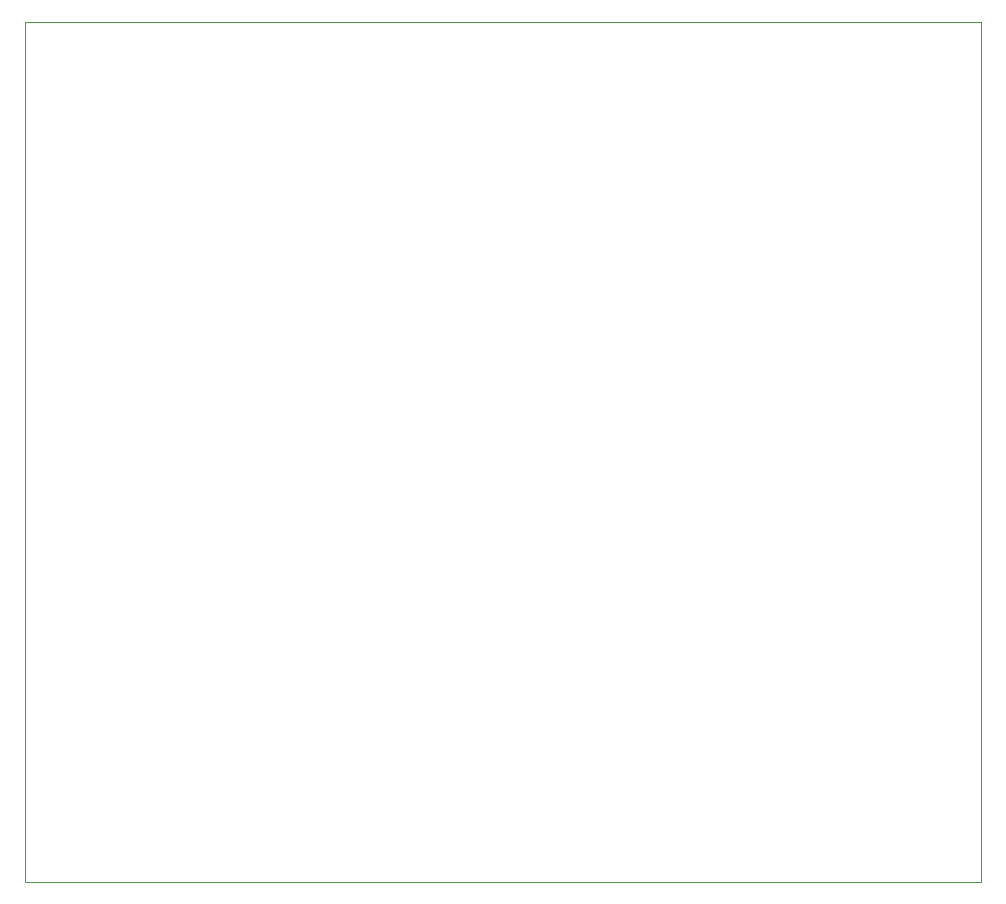
<source format=gbr>
%TF.GenerationSoftware,KiCad,Pcbnew,(6.0.6-0)*%
%TF.CreationDate,2022-07-18T23:44:10+05:30*%
%TF.ProjectId,GPS_INS_PCB,4750535f-494e-4535-9f50-43422e6b6963,rev?*%
%TF.SameCoordinates,Original*%
%TF.FileFunction,Profile,NP*%
%FSLAX46Y46*%
G04 Gerber Fmt 4.6, Leading zero omitted, Abs format (unit mm)*
G04 Created by KiCad (PCBNEW (6.0.6-0)) date 2022-07-18 23:44:10*
%MOMM*%
%LPD*%
G01*
G04 APERTURE LIST*
%TA.AperFunction,Profile*%
%ADD10C,0.100000*%
%TD*%
G04 APERTURE END LIST*
D10*
X183900000Y-111200000D02*
X102900000Y-111200000D01*
X102900000Y-111200000D02*
X102900000Y-38400000D01*
X102900000Y-38400000D02*
X183900000Y-38400000D01*
X183900000Y-38400000D02*
X183900000Y-111200000D01*
M02*

</source>
